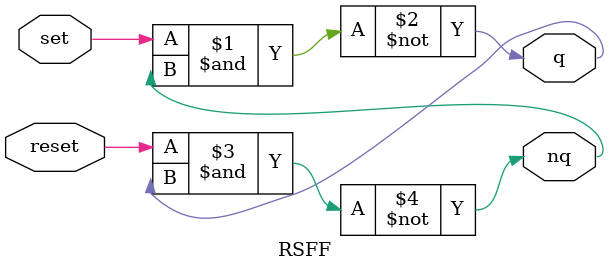
<source format=v>
module RSFF(input set, input reset, output q, output nq);
  assign q = ~(set & nq);
  assign nq = ~(reset & q);
endmodule

</source>
